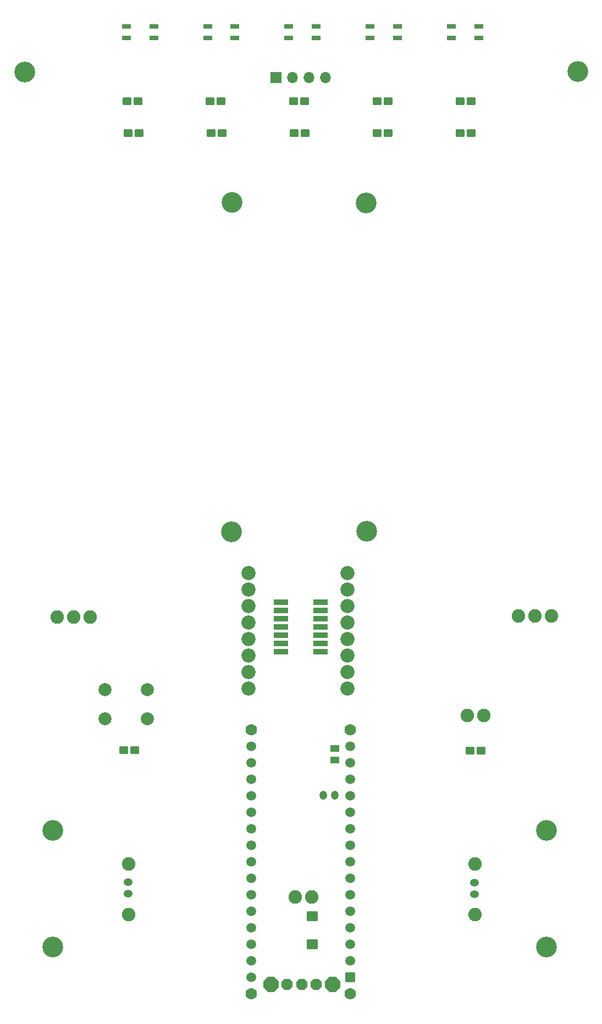
<source format=gbr>
%TF.GenerationSoftware,KiCad,Pcbnew,7.0.7*%
%TF.CreationDate,2024-02-07T22:59:59+08:00*%
%TF.ProjectId,lekirbotv2,6c656b69-7262-46f7-9476-322e6b696361,rev?*%
%TF.SameCoordinates,Original*%
%TF.FileFunction,Soldermask,Bot*%
%TF.FilePolarity,Negative*%
%FSLAX46Y46*%
G04 Gerber Fmt 4.6, Leading zero omitted, Abs format (unit mm)*
G04 Created by KiCad (PCBNEW 7.0.7) date 2024-02-07 22:59:59*
%MOMM*%
%LPD*%
G01*
G04 APERTURE LIST*
G04 Aperture macros list*
%AMRoundRect*
0 Rectangle with rounded corners*
0 $1 Rounding radius*
0 $2 $3 $4 $5 $6 $7 $8 $9 X,Y pos of 4 corners*
0 Add a 4 corners polygon primitive as box body*
4,1,4,$2,$3,$4,$5,$6,$7,$8,$9,$2,$3,0*
0 Add four circle primitives for the rounded corners*
1,1,$1+$1,$2,$3*
1,1,$1+$1,$4,$5*
1,1,$1+$1,$6,$7*
1,1,$1+$1,$8,$9*
0 Add four rect primitives between the rounded corners*
20,1,$1+$1,$2,$3,$4,$5,0*
20,1,$1+$1,$4,$5,$6,$7,0*
20,1,$1+$1,$6,$7,$8,$9,0*
20,1,$1+$1,$8,$9,$2,$3,0*%
%AMFreePoly0*
4,1,25,0.375350,0.844196,0.387473,0.833842,0.833842,0.387473,0.862349,0.331525,0.863600,0.315631,0.863600,-0.315631,0.844196,-0.375350,0.833842,-0.387473,0.387473,-0.833842,0.331525,-0.862349,0.315631,-0.863600,-0.315631,-0.863600,-0.375350,-0.844196,-0.387473,-0.833842,-0.833842,-0.387473,-0.862349,-0.331525,-0.863600,-0.315631,-0.863600,0.315631,-0.844196,0.375350,-0.833842,0.387473,
-0.387473,0.833842,-0.331525,0.862349,-0.315631,0.863600,0.315631,0.863600,0.375350,0.844196,0.375350,0.844196,$1*%
%AMFreePoly1*
4,1,25,0.501602,1.148996,0.513725,1.138642,1.138642,0.513725,1.167149,0.457777,1.168400,0.441883,1.168400,-0.441883,1.148996,-0.501602,1.138642,-0.513725,0.513725,-1.138642,0.457777,-1.167149,0.441883,-1.168400,-0.441883,-1.168400,-0.501602,-1.148996,-0.513725,-1.138642,-1.138642,-0.513725,-1.167149,-0.457777,-1.168400,-0.441883,-1.168400,0.441883,-1.148996,0.501602,-1.138642,0.513725,
-0.513725,1.138642,-0.457777,1.167149,-0.441883,1.168400,0.441883,1.168400,0.501602,1.148996,0.501602,1.148996,$1*%
G04 Aperture macros list end*
%ADD10C,2.183200*%
%ADD11O,1.700000X1.700000*%
%ADD12R,1.700000X1.700000*%
%ADD13C,3.200000*%
%ADD14C,2.082800*%
%ADD15C,2.000000*%
%ADD16C,1.778000*%
%ADD17RoundRect,0.101600X0.654000X-0.654000X0.654000X0.654000X-0.654000X0.654000X-0.654000X-0.654000X0*%
%ADD18C,1.511200*%
%ADD19FreePoly0,90.000000*%
%ADD20FreePoly1,90.000000*%
%ADD21RoundRect,0.101600X0.609600X0.266700X-0.609600X0.266700X-0.609600X-0.266700X0.609600X-0.266700X0*%
%ADD22RoundRect,0.101600X0.735000X-0.635000X0.735000X0.635000X-0.735000X0.635000X-0.735000X-0.635000X0*%
%ADD23RoundRect,0.101600X-0.735000X0.635000X-0.735000X-0.635000X0.735000X-0.635000X0.735000X0.635000X0*%
%ADD24RoundRect,0.101600X0.550000X0.500000X-0.550000X0.500000X-0.550000X-0.500000X0.550000X-0.500000X0*%
%ADD25RoundRect,0.101600X-0.600000X0.400000X-0.600000X-0.400000X0.600000X-0.400000X0.600000X0.400000X0*%
%ADD26RoundRect,0.460960X-0.190640X-0.089840X0.190640X-0.089840X0.190640X0.089840X-0.190640X0.089840X0*%
%ADD27RoundRect,0.101600X-0.550000X-0.500000X0.550000X-0.500000X0.550000X0.500000X-0.550000X0.500000X0*%
%ADD28RoundRect,0.460960X-0.089840X0.190640X-0.089840X-0.190640X0.089840X-0.190640X0.089840X0.190640X0*%
%ADD29RoundRect,0.101600X-1.016000X0.330200X-1.016000X-0.330200X1.016000X-0.330200X1.016000X0.330200X0*%
G04 APERTURE END LIST*
D10*
%TO.C,U1*%
X99670000Y-140665000D03*
X99670000Y-138125000D03*
X99670000Y-135585000D03*
X99670000Y-133045000D03*
X99670000Y-130505000D03*
X99670000Y-127965000D03*
X99670000Y-125425000D03*
X99670000Y-122885000D03*
X84430000Y-122885000D03*
X84430000Y-125425000D03*
X84430000Y-127965000D03*
X84430000Y-130505000D03*
X84430000Y-133045000D03*
X84430000Y-135585000D03*
X84430000Y-138125000D03*
X84430000Y-140665000D03*
%TD*%
D11*
%TO.C,J3*%
X96266400Y-46557000D03*
X93726400Y-46557000D03*
X91186400Y-46557000D03*
D12*
X88646400Y-46557000D03*
%TD*%
D13*
%TO.C,H3*%
X54267100Y-180453451D03*
%TD*%
D14*
%TO.C,J1*%
X131013600Y-129455251D03*
X128473600Y-129455251D03*
X125933600Y-129455251D03*
%TD*%
%TO.C,M1A0*%
X65938400Y-167664551D03*
%TD*%
%TO.C,J2*%
X59995200Y-129633051D03*
X57455200Y-129633051D03*
X54915200Y-129633051D03*
%TD*%
D13*
%TO.C,H4*%
X54267100Y-162495651D03*
%TD*%
D15*
%TO.C,SW1*%
X62334400Y-140804851D03*
X68834400Y-140804851D03*
X62334400Y-145304851D03*
X68834400Y-145304851D03*
%TD*%
D13*
%TO.C,H5*%
X135077600Y-45642600D03*
%TD*%
D14*
%TO.C,LDR0*%
X118110400Y-144796851D03*
X120650400Y-144796851D03*
%TD*%
%TO.C,BATT0*%
X94107400Y-172736851D03*
X91567400Y-172736851D03*
%TD*%
D16*
%TO.C,ARDUINO_NANO1*%
X84836400Y-187646851D03*
X100076400Y-187646851D03*
X84836400Y-147006851D03*
X100076400Y-147006851D03*
D17*
X100076400Y-185106851D03*
D18*
X100076400Y-182566851D03*
X100076400Y-180026851D03*
X100076400Y-177486851D03*
X100076400Y-174946851D03*
X100076400Y-172406851D03*
X100076400Y-169866851D03*
X100076400Y-167326851D03*
X100076400Y-164786851D03*
X100076400Y-162246851D03*
X100076400Y-159706851D03*
X100076400Y-157166851D03*
X100076400Y-154626851D03*
X100076400Y-152086851D03*
X100076400Y-149546851D03*
X84836400Y-149546851D03*
X84836400Y-152086851D03*
X84836400Y-154626851D03*
X84836400Y-157166851D03*
X84836400Y-159706851D03*
X84836400Y-162246851D03*
X84836400Y-164786851D03*
X84836400Y-167326851D03*
X84836400Y-169866851D03*
X84836400Y-172406851D03*
X84836400Y-174946851D03*
X84836400Y-177486851D03*
X84836400Y-180026851D03*
X84836400Y-182566851D03*
X84836400Y-185106851D03*
%TD*%
D13*
%TO.C,H8*%
X81839200Y-65835600D03*
%TD*%
D19*
%TO.C,S2X0*%
X90360900Y-186198851D03*
X92583400Y-186198851D03*
X94805900Y-186198851D03*
D20*
X87833400Y-186211351D03*
X97333400Y-186186351D03*
%TD*%
D14*
%TO.C,M1B0*%
X65938400Y-175411551D03*
%TD*%
D13*
%TO.C,H10*%
X102591000Y-116425051D03*
%TD*%
%TO.C,H7*%
X102514800Y-65886400D03*
%TD*%
%TO.C,H9*%
X81813800Y-116501251D03*
%TD*%
D14*
%TO.C,M2A0*%
X119278400Y-167664551D03*
%TD*%
%TO.C,M2B0*%
X119278400Y-175411551D03*
%TD*%
D13*
%TO.C,H6*%
X49936800Y-45718800D03*
%TD*%
%TO.C,H1*%
X130289300Y-180453451D03*
%TD*%
%TO.C,H2*%
X130289300Y-162495651D03*
%TD*%
D21*
%TO.C,U2*%
X69799600Y-38733800D03*
X65583200Y-38733800D03*
X65583200Y-40511800D03*
X69799600Y-40511800D03*
%TD*%
%TO.C,U6*%
X94831300Y-38733800D03*
X90614900Y-38733800D03*
X90614900Y-40511800D03*
X94831300Y-40511800D03*
%TD*%
%TO.C,U8*%
X119863000Y-38733800D03*
X115646600Y-38733800D03*
X115646600Y-40511800D03*
X119863000Y-40511800D03*
%TD*%
D22*
%TO.C,D7*%
X94234400Y-175675051D03*
D23*
X94234400Y-179975051D03*
%TD*%
D24*
%TO.C,R17*%
X66890400Y-150130851D03*
X65190400Y-150130851D03*
%TD*%
%TO.C,R12*%
X78498000Y-50239800D03*
X80198000Y-50239800D03*
%TD*%
D25*
%TO.C,C2*%
X97663400Y-149865851D03*
X97663400Y-151665851D03*
%TD*%
D26*
%TO.C,C6*%
X65862200Y-172261951D03*
X65862200Y-170483951D03*
%TD*%
D24*
%TO.C,R16*%
X120205000Y-150190000D03*
X118505000Y-150190000D03*
%TD*%
D27*
%TO.C,R13*%
X80341100Y-55091200D03*
X78641100Y-55091200D03*
%TD*%
D28*
%TO.C,C1*%
X95936200Y-157090451D03*
X97714200Y-157090451D03*
%TD*%
D21*
%TO.C,U7*%
X107347200Y-38733800D03*
X103130800Y-38733800D03*
X103130800Y-40511800D03*
X107347200Y-40511800D03*
%TD*%
D27*
%TO.C,R11*%
X93136000Y-55091200D03*
X91436000Y-55091200D03*
%TD*%
D29*
%TO.C,IC3*%
X95529800Y-127330000D03*
X95529800Y-128600000D03*
X95529800Y-129870000D03*
X95529800Y-131140000D03*
X95529800Y-132410000D03*
X95529800Y-133680000D03*
X95529800Y-134950000D03*
X89383000Y-134950000D03*
X89383000Y-133680000D03*
X89383000Y-132410000D03*
X89383000Y-131140000D03*
X89383000Y-129870000D03*
X89383000Y-128600000D03*
X89383000Y-127330000D03*
%TD*%
D27*
%TO.C,R15*%
X67546200Y-55091200D03*
X65846200Y-55091200D03*
%TD*%
D24*
%TO.C,R10*%
X91334400Y-50239800D03*
X93034400Y-50239800D03*
%TD*%
D26*
%TO.C,C7*%
X119202200Y-172287351D03*
X119202200Y-170509351D03*
%TD*%
D21*
%TO.C,U5*%
X82315500Y-38733800D03*
X78099100Y-38733800D03*
X78099100Y-40511800D03*
X82315500Y-40511800D03*
%TD*%
D27*
%TO.C,R7*%
X118725800Y-55091200D03*
X117025800Y-55091200D03*
%TD*%
D24*
%TO.C,R14*%
X65661600Y-50239800D03*
X67361600Y-50239800D03*
%TD*%
D27*
%TO.C,R9*%
X105930900Y-55091200D03*
X104230900Y-55091200D03*
%TD*%
D24*
%TO.C,R8*%
X104170800Y-50239800D03*
X105870800Y-50239800D03*
%TD*%
%TO.C,R6*%
X117007200Y-50239800D03*
X118707200Y-50239800D03*
%TD*%
M02*

</source>
